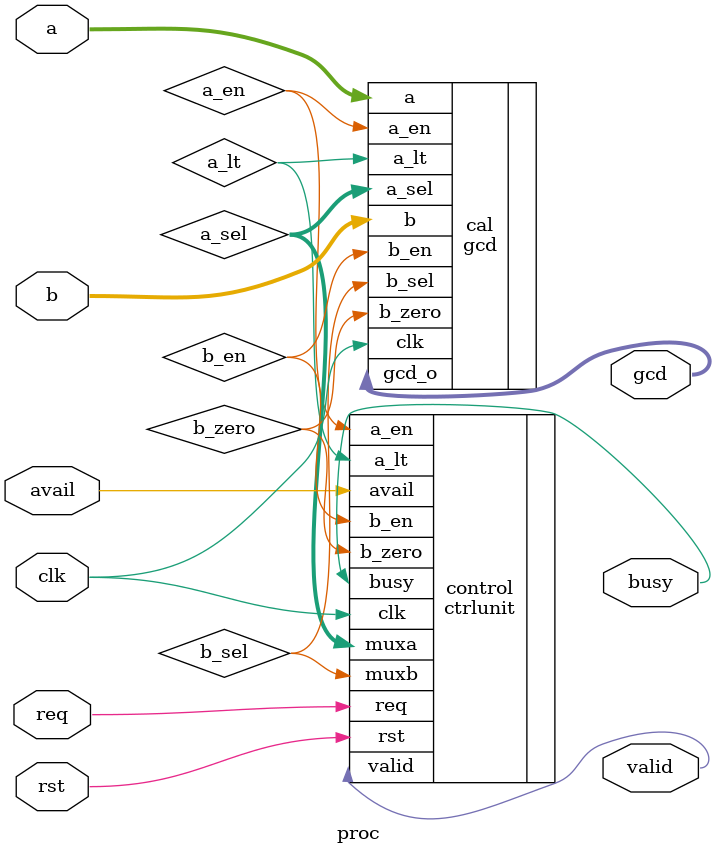
<source format=sv>
module proc(
  input  logic       clk,
  input  logic       rst,
  input  logic [3:0] a,
  input  logic [3:0] b,
  input  logic       avail,
  input  logic       req,
  output logic       busy,
  output logic       valid,
  output logic [3:0] gcd
);

logic [1:0] a_sel;
logic       b_sel;
logic       a_en, b_en;
logic       b_zero, a_lt;

gcd cal(
  .clk(clk),
  .a(a),
  .b(b),
  .a_sel(a_sel),
  .b_sel(b_sel),
  .a_en(a_en),
  .b_en(b_en),
  .gcd_o(gcd),
  .b_zero(b_zero),
  .a_lt(a_lt)
);

ctrlunit control(
  .clk(clk),
  .rst(rst),
  .req(req),
  .avail(avail),
  .b_zero(b_zero),
  .a_lt(a_lt),
  .muxa(a_sel),
  .muxb(b_sel),
  .a_en(a_en),
  .b_en(b_en),
  .busy(busy),
  .valid(valid)
);

endmodule: proc

</source>
